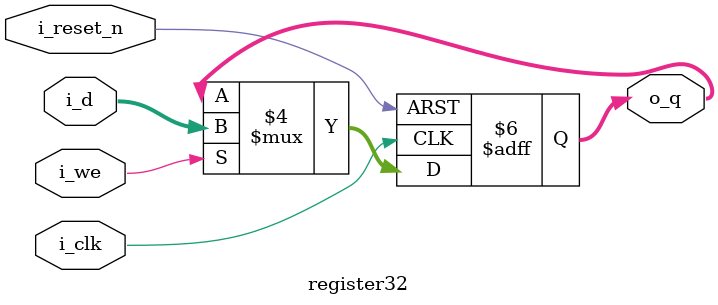
<source format=sv>
module register32 (
    input  logic        i_clk,   
    input  logic        i_reset_n, 
    input  logic        i_we,     
    input  logic [31:0] i_d,     
    output logic [31:0] o_q       
);
    always_ff @(posedge i_clk or negedge i_reset_n) begin
        if (!i_reset_n)
            o_q <= 32'b0;       
        else if (i_we)
            o_q <= i_d;         
        else
            o_q <= o_q;         
    end
endmodule

</source>
